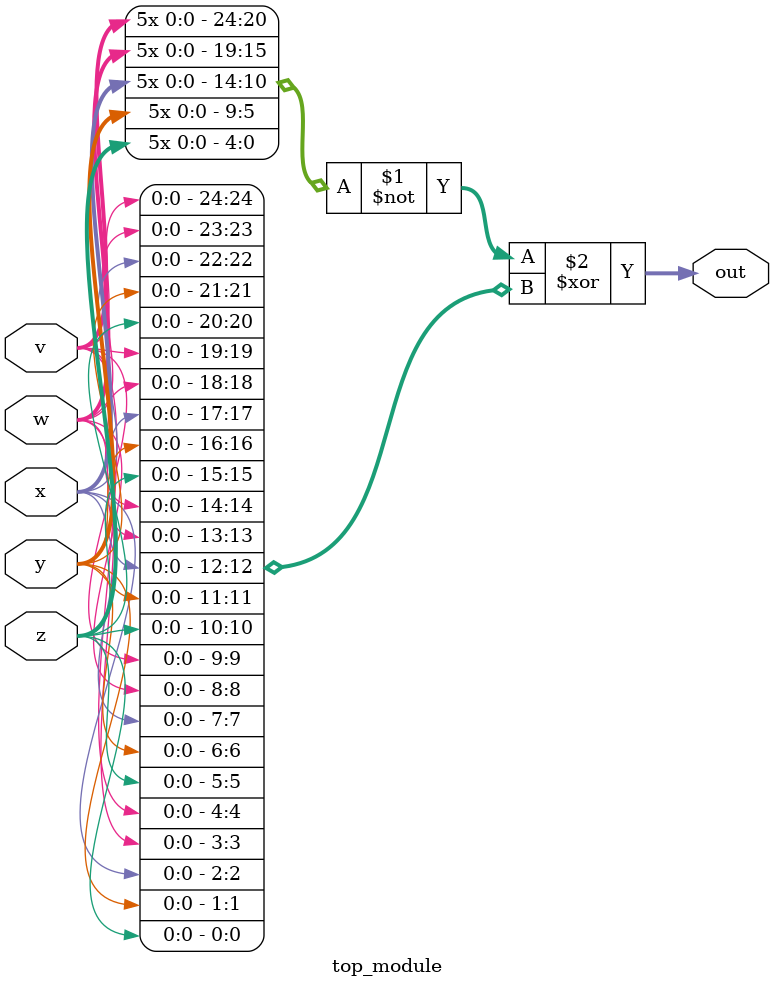
<source format=v>
module top_module (
    input v, w, x, y, z,
    output [24:0] out ); 
    assign out = ~{ {5{v}},{5{w}},{5{x}},{5{y}},{5{z}}} ^ { {5{v,w,x,y,z}}};
endmodule

</source>
